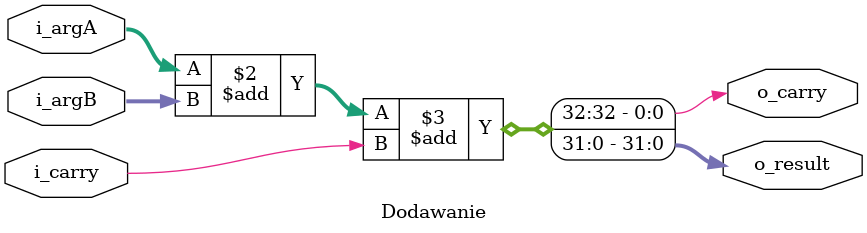
<source format=sv>
module Dodawanie (i_argA, i_argB, i_carry, o_result, o_carry);
parameter WIDTH=32;
//inout logic              i_clk;
//input logic              i_rsn;
input logic              i_carry;
input logic [WIDTH-1:0]  i_argA, i_argB;
output logic [WIDTH-1:0] o_result;
output logic             o_carry;
always_comb
begin
{o_carry, o_result} = i_argA + i_argB + i_carry;
end
endmodule


</source>
